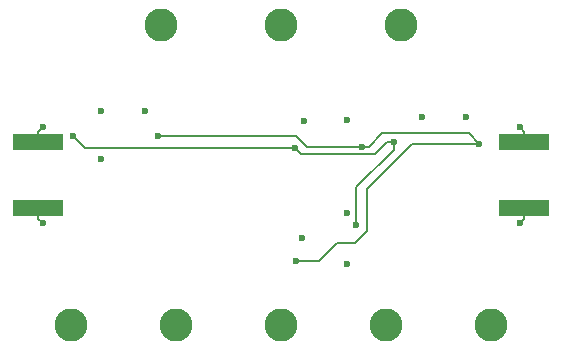
<source format=gbl>
%TF.GenerationSoftware,KiCad,Pcbnew,(6.0.2-0)*%
%TF.CreationDate,2022-04-12T18:59:19-07:00*%
%TF.ProjectId,bootstrap_exp,626f6f74-7374-4726-9170-5f6578702e6b,rev?*%
%TF.SameCoordinates,Original*%
%TF.FileFunction,Copper,L4,Bot*%
%TF.FilePolarity,Positive*%
%FSLAX46Y46*%
G04 Gerber Fmt 4.6, Leading zero omitted, Abs format (unit mm)*
G04 Created by KiCad (PCBNEW (6.0.2-0)) date 2022-04-12 18:59:19*
%MOMM*%
%LPD*%
G01*
G04 APERTURE LIST*
%TA.AperFunction,ComponentPad*%
%ADD10C,2.800000*%
%TD*%
%TA.AperFunction,SMDPad,CuDef*%
%ADD11R,4.200000X1.350000*%
%TD*%
%TA.AperFunction,ViaPad*%
%ADD12C,0.600000*%
%TD*%
%TA.AperFunction,Conductor*%
%ADD13C,0.150000*%
%TD*%
G04 APERTURE END LIST*
D10*
%TO.P,TP7,1,1*%
%TO.N,/AMP_OUT*%
X152400000Y-109220000D03*
%TD*%
%TO.P,TP1,1,1*%
%TO.N,/V+*%
X124460000Y-83820000D03*
%TD*%
%TO.P,TP6,1,1*%
%TO.N,/BOOT_BUF*%
X125730000Y-109220000D03*
%TD*%
%TO.P,TP3,1,1*%
%TO.N,GND*%
X134620000Y-83820000D03*
%TD*%
D11*
%TO.P,J2,2,Ext*%
%TO.N,GND*%
X155194000Y-93695000D03*
X155194000Y-99345000D03*
%TD*%
%TO.P,J1,2,Ext*%
%TO.N,GND*%
X114046000Y-93695000D03*
X114046000Y-99345000D03*
%TD*%
D10*
%TO.P,TP2,1,1*%
%TO.N,/V-*%
X144780000Y-83820000D03*
%TD*%
%TO.P,TP4,1,1*%
%TO.N,/BUF_OUT*%
X116840000Y-109220000D03*
%TD*%
%TO.P,TP8,1,1*%
%TO.N,GND*%
X134620000Y-109220000D03*
%TD*%
%TO.P,TP5,1,1*%
%TO.N,/FRONT_OUT*%
X143510000Y-109220000D03*
%TD*%
D12*
%TO.N,/V+*%
X151384000Y-93853000D03*
X124206000Y-93218000D03*
X141478000Y-94107000D03*
X135890000Y-103759000D03*
%TO.N,GND*%
X154813000Y-100584000D03*
X136398000Y-101854000D03*
X119380000Y-95123000D03*
X140208000Y-99695000D03*
X123063000Y-91059000D03*
X154813000Y-92456000D03*
X140208000Y-104013000D03*
X146558000Y-91567000D03*
X140208000Y-91821000D03*
X114427000Y-92456000D03*
X150241000Y-91567000D03*
X119380000Y-91059000D03*
X136525000Y-91948000D03*
X114427000Y-100584000D03*
%TO.N,/V-*%
X144145000Y-93726000D03*
X140970000Y-100711000D03*
X116967000Y-93218000D03*
X135763000Y-94234000D03*
%TD*%
D13*
%TO.N,GND*%
X114046000Y-99345000D02*
X114046000Y-100203000D01*
X114046000Y-100203000D02*
X114427000Y-100584000D01*
X114046000Y-93695000D02*
X114046000Y-92837000D01*
X114046000Y-92837000D02*
X114427000Y-92456000D01*
X154813000Y-92456000D02*
X155194000Y-92837000D01*
X155194000Y-92837000D02*
X155194000Y-93695000D01*
X154813000Y-100584000D02*
X155194000Y-100203000D01*
X155194000Y-100203000D02*
X155194000Y-99345000D01*
%TO.N,/V+*%
X141859000Y-97726500D02*
X145732500Y-93853000D01*
X140843000Y-102235000D02*
X141859000Y-101219000D01*
X143192500Y-92964000D02*
X150495000Y-92964000D01*
X141478000Y-94107000D02*
X142049500Y-94107000D01*
X139319000Y-102235000D02*
X140843000Y-102235000D01*
X141478000Y-94107000D02*
X136779000Y-94107000D01*
X135890000Y-103759000D02*
X137795000Y-103759000D01*
X136779000Y-94107000D02*
X135890000Y-93218000D01*
X145732500Y-93853000D02*
X151384000Y-93853000D01*
X142049500Y-94107000D02*
X143192500Y-92964000D01*
X150495000Y-92964000D02*
X151384000Y-93853000D01*
X137795000Y-103759000D02*
X139319000Y-102235000D01*
X135890000Y-93218000D02*
X124206000Y-93218000D01*
X141859000Y-101219000D02*
X141859000Y-97726500D01*
%TO.N,/V-*%
X144145000Y-93726000D02*
X143573500Y-93726000D01*
X136271000Y-94742000D02*
X135763000Y-94234000D01*
X144145000Y-93726000D02*
X144145000Y-94361000D01*
X135763000Y-94234000D02*
X117983000Y-94234000D01*
X142557500Y-94742000D02*
X136271000Y-94742000D01*
X117983000Y-94234000D02*
X116967000Y-93218000D01*
X143573500Y-93726000D02*
X142557500Y-94742000D01*
X144145000Y-94361000D02*
X140970000Y-97536000D01*
X140970000Y-97536000D02*
X140970000Y-100711000D01*
%TD*%
M02*

</source>
